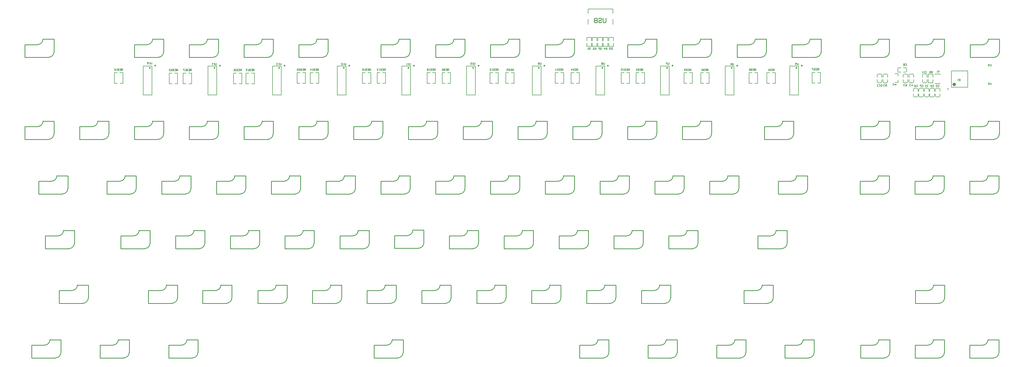
<source format=gbo>
G04*
G04 #@! TF.GenerationSoftware,Altium Limited,Altium Designer,20.0.1 (14)*
G04*
G04 Layer_Color=32896*
%FSLAX24Y24*%
%MOIN*%
G70*
G01*
G75*
%ADD10C,0.0100*%
%ADD11C,0.0079*%
%ADD48C,0.0236*%
%ADD49C,0.0098*%
%ADD50C,0.0118*%
%ADD51C,0.0060*%
%ADD52C,0.0080*%
%ADD53C,0.0050*%
D10*
X134635Y1088D02*
G03*
X135385Y1838I0J750D01*
G01*
X133135Y2838D02*
G03*
X133885Y3588I0J750D01*
G01*
X127160Y1088D02*
G03*
X127910Y1838I0J750D01*
G01*
X125660Y2838D02*
G03*
X126410Y3588I0J750D01*
G01*
X119685Y1088D02*
G03*
X120435Y1838I0J750D01*
G01*
X118185Y2838D02*
G03*
X118935Y3588I0J750D01*
G01*
X109335Y1088D02*
G03*
X110085Y1838I0J750D01*
G01*
X107835Y2838D02*
G03*
X108585Y3588I0J750D01*
G01*
X99985Y1088D02*
G03*
X100735Y1838I0J750D01*
G01*
X98485Y2838D02*
G03*
X99235Y3588I0J750D01*
G01*
X89085Y2838D02*
G03*
X89835Y3588I0J750D01*
G01*
X90585Y1088D02*
G03*
X91335Y1838I0J750D01*
G01*
X79735Y2838D02*
G03*
X80485Y3588I0J750D01*
G01*
X81235Y1088D02*
G03*
X81985Y1838I0J750D01*
G01*
X23485Y2838D02*
G03*
X24235Y3588I0J750D01*
G01*
X24985Y1088D02*
G03*
X25735Y1838I0J750D01*
G01*
X14085Y2838D02*
G03*
X14835Y3588I0J750D01*
G01*
X15585Y1088D02*
G03*
X16335Y1838I0J750D01*
G01*
X4735Y2838D02*
G03*
X5485Y3588I0J750D01*
G01*
X6235Y1088D02*
G03*
X6985Y1838I0J750D01*
G01*
X103735Y8588D02*
G03*
X104485Y9338I0J750D01*
G01*
X102235Y10338D02*
G03*
X102985Y11088I0J750D01*
G01*
X88185Y10338D02*
G03*
X88935Y11088I0J750D01*
G01*
X89685Y8588D02*
G03*
X90435Y9338I0J750D01*
G01*
X80685Y10338D02*
G03*
X81435Y11088I0J750D01*
G01*
X82185Y8588D02*
G03*
X82935Y9338I0J750D01*
G01*
X73168Y10338D02*
G03*
X73918Y11088I0J750D01*
G01*
X74668Y8588D02*
G03*
X75418Y9338I0J750D01*
G01*
X65651Y10338D02*
G03*
X66402Y11088I0J750D01*
G01*
X67151Y8588D02*
G03*
X67902Y9338I0J750D01*
G01*
X58135Y10338D02*
G03*
X58885Y11088I0J750D01*
G01*
X59635Y8588D02*
G03*
X60385Y9338I0J750D01*
G01*
X50635Y10338D02*
G03*
X51385Y11088I0J750D01*
G01*
X52135Y8588D02*
G03*
X52885Y9338I0J750D01*
G01*
X43160Y10338D02*
G03*
X43910Y11088I0J750D01*
G01*
X44660Y8588D02*
G03*
X45410Y9338I0J750D01*
G01*
X35685Y10338D02*
G03*
X36435Y11088I0J750D01*
G01*
X37185Y8588D02*
G03*
X37935Y9338I0J750D01*
G01*
X28135Y10338D02*
G03*
X28885Y11088I0J750D01*
G01*
X29635Y8588D02*
G03*
X30385Y9338I0J750D01*
G01*
X20685Y10338D02*
G03*
X21435Y11088I0J750D01*
G01*
X22185Y8588D02*
G03*
X22935Y9338I0J750D01*
G01*
X8485Y10338D02*
G03*
X9235Y11088I0J750D01*
G01*
X9985Y8588D02*
G03*
X10735Y9338I0J750D01*
G01*
X105635Y16088D02*
G03*
X106385Y16838I0J750D01*
G01*
X104135Y17838D02*
G03*
X104885Y18588I0J750D01*
G01*
X91935Y17838D02*
G03*
X92685Y18588I0J750D01*
G01*
X93435Y16088D02*
G03*
X94185Y16838I0J750D01*
G01*
X84435Y17838D02*
G03*
X85185Y18588I0J750D01*
G01*
X85935Y16088D02*
G03*
X86685Y16838I0J750D01*
G01*
X76935Y17838D02*
G03*
X77685Y18588I0J750D01*
G01*
X78435Y16088D02*
G03*
X79185Y16838I0J750D01*
G01*
X69410Y17838D02*
G03*
X70160Y18588I0J750D01*
G01*
X70910Y16088D02*
G03*
X71660Y16838I0J750D01*
G01*
X61885Y17838D02*
G03*
X62635Y18588I0J750D01*
G01*
X63385Y16088D02*
G03*
X64135Y16838I0J750D01*
G01*
X54410Y17888D02*
G03*
X55160Y18638I0J750D01*
G01*
X55910Y16138D02*
G03*
X56660Y16888I0J750D01*
G01*
X46935Y17838D02*
G03*
X47685Y18588I0J750D01*
G01*
X48435Y16088D02*
G03*
X49185Y16838I0J750D01*
G01*
X39385Y17838D02*
G03*
X40135Y18588I0J750D01*
G01*
X40885Y16088D02*
G03*
X41635Y16838I0J750D01*
G01*
X31935Y17838D02*
G03*
X32685Y18588I0J750D01*
G01*
X33435Y16088D02*
G03*
X34185Y16838I0J750D01*
G01*
X24435Y17838D02*
G03*
X25185Y18588I0J750D01*
G01*
X25935Y16088D02*
G03*
X26685Y16838I0J750D01*
G01*
X16935Y17838D02*
G03*
X17685Y18588I0J750D01*
G01*
X18435Y16088D02*
G03*
X19185Y16838I0J750D01*
G01*
X6585Y17838D02*
G03*
X7335Y18588I0J750D01*
G01*
X8085Y16088D02*
G03*
X8835Y16838I0J750D01*
G01*
X134635Y23588D02*
G03*
X135385Y24338I0J750D01*
G01*
X133135Y25338D02*
G03*
X133885Y26088I0J750D01*
G01*
X127135Y23588D02*
G03*
X127885Y24338I0J750D01*
G01*
X125635Y25338D02*
G03*
X126385Y26088I0J750D01*
G01*
X119635Y23588D02*
G03*
X120385Y24338I0J750D01*
G01*
X118135Y25338D02*
G03*
X118885Y26088I0J750D01*
G01*
X108435Y23588D02*
G03*
X109185Y24338I0J750D01*
G01*
X106935Y25338D02*
G03*
X107685Y26088I0J750D01*
G01*
X52535Y25338D02*
G03*
X53285Y26088I0J750D01*
G01*
X54035Y23588D02*
G03*
X54785Y24338I0J750D01*
G01*
X45035Y25338D02*
G03*
X45785Y26088I0J750D01*
G01*
X46535Y23588D02*
G03*
X47285Y24338I0J750D01*
G01*
X37535Y25338D02*
G03*
X38285Y26088I0J750D01*
G01*
X39035Y23588D02*
G03*
X39785Y24338I0J750D01*
G01*
X30035Y25338D02*
G03*
X30785Y26088I0J750D01*
G01*
X31535Y23588D02*
G03*
X32285Y24338I0J750D01*
G01*
X22535Y25338D02*
G03*
X23285Y26088I0J750D01*
G01*
X24035Y23588D02*
G03*
X24785Y24338I0J750D01*
G01*
X15035Y25338D02*
G03*
X15785Y26088I0J750D01*
G01*
X16535Y23588D02*
G03*
X17285Y24338I0J750D01*
G01*
X5685Y25338D02*
G03*
X6435Y26088I0J750D01*
G01*
X7185Y23588D02*
G03*
X7935Y24338I0J750D01*
G01*
X63785Y32838D02*
G03*
X64535Y33588I0J750D01*
G01*
X65285Y31088D02*
G03*
X66035Y31838I0J750D01*
G01*
X56285Y32838D02*
G03*
X57035Y33588I0J750D01*
G01*
X57785Y31088D02*
G03*
X58535Y31838I0J750D01*
G01*
X48785Y32838D02*
G03*
X49535Y33588I0J750D01*
G01*
X50285Y31088D02*
G03*
X51035Y31838I0J750D01*
G01*
X41285Y32838D02*
G03*
X42035Y33588I0J750D01*
G01*
X42785Y31088D02*
G03*
X43535Y31838I0J750D01*
G01*
X33785Y32838D02*
G03*
X34535Y33588I0J750D01*
G01*
X35285Y31088D02*
G03*
X36035Y31838I0J750D01*
G01*
X26285Y32838D02*
G03*
X27035Y33588I0J750D01*
G01*
X27785Y31088D02*
G03*
X28535Y31838I0J750D01*
G01*
X18785Y32838D02*
G03*
X19535Y33588I0J750D01*
G01*
X20285Y31088D02*
G03*
X21035Y31838I0J750D01*
G01*
X11285Y32838D02*
G03*
X12035Y33588I0J750D01*
G01*
X12785Y31088D02*
G03*
X13535Y31838I0J750D01*
G01*
X3785Y32838D02*
G03*
X4535Y33588I0J750D01*
G01*
X5285Y31088D02*
G03*
X6035Y31838I0J750D01*
G01*
X134685Y42338D02*
G03*
X135435Y43088I0J750D01*
G01*
X133185Y44088D02*
G03*
X133935Y44838I0J750D01*
G01*
X127160Y42338D02*
G03*
X127910Y43088I0J750D01*
G01*
X125660Y44088D02*
G03*
X126410Y44838I0J750D01*
G01*
X119635Y42338D02*
G03*
X120385Y43088I0J750D01*
G01*
X118135Y44088D02*
G03*
X118885Y44838I0J750D01*
G01*
X110285Y42338D02*
G03*
X111035Y43088I0J750D01*
G01*
X108785Y44088D02*
G03*
X109535Y44838I0J750D01*
G01*
X102785Y42338D02*
G03*
X103535Y43088I0J750D01*
G01*
X101285Y44088D02*
G03*
X102035Y44838I0J750D01*
G01*
X95285Y42338D02*
G03*
X96035Y43088I0J750D01*
G01*
X93785Y44088D02*
G03*
X94535Y44838I0J750D01*
G01*
X87785Y42338D02*
G03*
X88535Y43088I0J750D01*
G01*
X86285Y44088D02*
G03*
X87035Y44838I0J750D01*
G01*
X76535Y42338D02*
G03*
X77285Y43088I0J750D01*
G01*
X75035Y44088D02*
G03*
X75785Y44838I0J750D01*
G01*
X69035Y42338D02*
G03*
X69785Y43088I0J750D01*
G01*
X67535Y44088D02*
G03*
X68285Y44838I0J750D01*
G01*
X61535Y42338D02*
G03*
X62285Y43088I0J750D01*
G01*
X60035Y44088D02*
G03*
X60785Y44838I0J750D01*
G01*
X54035Y42338D02*
G03*
X54785Y43088I0J750D01*
G01*
X52535Y44088D02*
G03*
X53285Y44838I0J750D01*
G01*
X42785Y42338D02*
G03*
X43535Y43088I0J750D01*
G01*
X41285Y44088D02*
G03*
X42035Y44838I0J750D01*
G01*
X35285Y42338D02*
G03*
X36035Y43088I0J750D01*
G01*
X33785Y44088D02*
G03*
X34535Y44838I0J750D01*
G01*
X27785Y42338D02*
G03*
X28535Y43088I0J750D01*
G01*
X26285Y44088D02*
G03*
X27035Y44838I0J750D01*
G01*
X20285Y42338D02*
G03*
X21035Y43088I0J750D01*
G01*
X18785Y44088D02*
G03*
X19535Y44838I0J750D01*
G01*
X5285Y42338D02*
G03*
X6035Y43088I0J750D01*
G01*
X3785Y44088D02*
G03*
X4535Y44838I0J750D01*
G01*
X53085Y1088D02*
G03*
X53835Y1838I0J750D01*
G01*
X51585Y2838D02*
G03*
X52335Y3588I0J750D01*
G01*
X61535Y23588D02*
G03*
X62285Y24338I0J750D01*
G01*
X60035Y25338D02*
G03*
X60785Y26088I0J750D01*
G01*
X69035Y23588D02*
G03*
X69785Y24338I0J750D01*
G01*
X67535Y25338D02*
G03*
X68285Y26088I0J750D01*
G01*
X95285Y31088D02*
G03*
X96035Y31838I0J750D01*
G01*
X93785Y32838D02*
G03*
X94535Y33588I0J750D01*
G01*
X99035Y23588D02*
G03*
X99785Y24338I0J750D01*
G01*
X97535Y25338D02*
G03*
X98285Y26088I0J750D01*
G01*
X91535Y23588D02*
G03*
X92285Y24338I0J750D01*
G01*
X90035Y25338D02*
G03*
X90785Y26088I0J750D01*
G01*
X80285Y31088D02*
G03*
X81035Y31838I0J750D01*
G01*
X78785Y32838D02*
G03*
X79535Y33588I0J750D01*
G01*
X127185Y8588D02*
G03*
X127935Y9338I0J750D01*
G01*
X125685Y10338D02*
G03*
X126435Y11088I0J750D01*
G01*
X87785Y31088D02*
G03*
X88535Y31838I0J750D01*
G01*
X86285Y32838D02*
G03*
X87035Y33588I0J750D01*
G01*
X72785Y31088D02*
G03*
X73535Y31838I0J750D01*
G01*
X71285Y32838D02*
G03*
X72035Y33588I0J750D01*
G01*
X84035Y23588D02*
G03*
X84785Y24338I0J750D01*
G01*
X82535Y25338D02*
G03*
X83285Y26088I0J750D01*
G01*
X76535Y23588D02*
G03*
X77285Y24338I0J750D01*
G01*
X75035Y25338D02*
G03*
X75785Y26088I0J750D01*
G01*
X106526Y31088D02*
G03*
X107276Y31838I0J750D01*
G01*
X105026Y32838D02*
G03*
X105776Y33588I0J750D01*
G01*
X119685Y31088D02*
G03*
X120435Y31838I0J750D01*
G01*
X118185Y32838D02*
G03*
X118935Y33588I0J750D01*
G01*
X127185Y31088D02*
G03*
X127935Y31838I0J750D01*
G01*
X125685Y32838D02*
G03*
X126435Y33588I0J750D01*
G01*
X134685Y31088D02*
G03*
X135435Y31838I0J750D01*
G01*
X133185Y32838D02*
G03*
X133935Y33588I0J750D01*
G01*
X131384Y2838D02*
X133134D01*
X131384Y1088D02*
X134634D01*
X131384D02*
Y2838D01*
X133884Y3588D02*
X135384D01*
Y1838D02*
Y3588D01*
X123909Y2838D02*
X125659D01*
X123909Y1088D02*
X127159D01*
X123909D02*
Y2838D01*
X126409Y3588D02*
X127909D01*
Y1838D02*
Y3588D01*
X116434Y2838D02*
X118184D01*
X116434Y1088D02*
X119684D01*
X116434D02*
Y2838D01*
X118934Y3588D02*
X120434D01*
Y1838D02*
Y3588D01*
X106084Y2838D02*
X107834D01*
X106084Y1088D02*
X109334D01*
X106084D02*
Y2838D01*
X108584Y3588D02*
X110084D01*
Y1838D02*
Y3588D01*
X96734Y2838D02*
X98484D01*
X96734Y1088D02*
X99984D01*
X96734D02*
Y2838D01*
X99234Y3588D02*
X100734D01*
Y1838D02*
Y3588D01*
X91334Y1838D02*
Y3588D01*
X89834D02*
X91334D01*
X87334Y1088D02*
Y2838D01*
Y1088D02*
X90584D01*
X87334Y2838D02*
X89084D01*
X81984Y1838D02*
Y3588D01*
X80484D02*
X81984D01*
X77984Y1088D02*
Y2838D01*
Y1088D02*
X81234D01*
X77984Y2838D02*
X79734D01*
X25734Y1838D02*
Y3588D01*
X24234D02*
X25734D01*
X21734Y1088D02*
Y2838D01*
Y1088D02*
X24984D01*
X21734Y2838D02*
X23484D01*
X16334Y1838D02*
Y3588D01*
X14834D02*
X16334D01*
X12334Y1088D02*
Y2838D01*
Y1088D02*
X15584D01*
X12334Y2838D02*
X14084D01*
X6984Y1838D02*
Y3588D01*
X5484D02*
X6984D01*
X2984Y1088D02*
Y2838D01*
Y1088D02*
X6234D01*
X2984Y2838D02*
X4734D01*
X100484Y10338D02*
X102234D01*
X100484Y8588D02*
X103734D01*
X100484D02*
Y10338D01*
X102984Y11088D02*
X104484D01*
Y9338D02*
Y11088D01*
X90434Y9338D02*
Y11088D01*
X88934D02*
X90434D01*
X86434Y8588D02*
Y10338D01*
Y8588D02*
X89684D01*
X86434Y10338D02*
X88184D01*
X82934Y9338D02*
Y11088D01*
X81434D02*
X82934D01*
X78934Y8588D02*
Y10338D01*
Y8588D02*
X82184D01*
X78934Y10338D02*
X80684D01*
X75418Y9338D02*
Y11088D01*
X73918D02*
X75418D01*
X71418Y8588D02*
Y10338D01*
Y8588D02*
X74668D01*
X71418Y10338D02*
X73168D01*
X67901Y9338D02*
Y11088D01*
X66401D02*
X67901D01*
X63901Y8588D02*
Y10338D01*
Y8588D02*
X67151D01*
X63901Y10338D02*
X65651D01*
X60384Y9338D02*
Y11088D01*
X58884D02*
X60384D01*
X56384Y8588D02*
Y10338D01*
Y8588D02*
X59634D01*
X56384Y10338D02*
X58134D01*
X52884Y9338D02*
Y11088D01*
X51384D02*
X52884D01*
X48884Y8588D02*
Y10338D01*
Y8588D02*
X52134D01*
X48884Y10338D02*
X50634D01*
X45409Y9338D02*
Y11088D01*
X43909D02*
X45409D01*
X41409Y8588D02*
Y10338D01*
Y8588D02*
X44659D01*
X41409Y10338D02*
X43159D01*
X37934Y9338D02*
Y11088D01*
X36434D02*
X37934D01*
X33934Y8588D02*
Y10338D01*
Y8588D02*
X37184D01*
X33934Y10338D02*
X35684D01*
X30384Y9338D02*
Y11088D01*
X28884D02*
X30384D01*
X26384Y8588D02*
Y10338D01*
Y8588D02*
X29634D01*
X26384Y10338D02*
X28134D01*
X22934Y9338D02*
Y11088D01*
X21434D02*
X22934D01*
X18934Y8588D02*
Y10338D01*
Y8588D02*
X22184D01*
X18934Y10338D02*
X20684D01*
X10734Y9338D02*
Y11088D01*
X9234D02*
X10734D01*
X6734Y8588D02*
Y10338D01*
Y8588D02*
X9984D01*
X6734Y10338D02*
X8484D01*
X102384Y17838D02*
X104134D01*
X102384Y16088D02*
X105634D01*
X102384D02*
Y17838D01*
X104884Y18588D02*
X106384D01*
Y16838D02*
Y18588D01*
X94184Y16838D02*
Y18588D01*
X92684D02*
X94184D01*
X90184Y16088D02*
Y17838D01*
Y16088D02*
X93434D01*
X90184Y17838D02*
X91934D01*
X86684Y16838D02*
Y18588D01*
X85184D02*
X86684D01*
X82684Y16088D02*
Y17838D01*
Y16088D02*
X85934D01*
X82684Y17838D02*
X84434D01*
X79184Y16838D02*
Y18588D01*
X77684D02*
X79184D01*
X75184Y16088D02*
Y17838D01*
Y16088D02*
X78434D01*
X75184Y17838D02*
X76934D01*
X71659Y16838D02*
Y18588D01*
X70159D02*
X71659D01*
X67659Y16088D02*
Y17838D01*
Y16088D02*
X70909D01*
X67659Y17838D02*
X69409D01*
X64134Y16838D02*
Y18588D01*
X62634D02*
X64134D01*
X60134Y16088D02*
Y17838D01*
Y16088D02*
X63384D01*
X60134Y17838D02*
X61884D01*
X56659Y16888D02*
Y18638D01*
X55159D02*
X56659D01*
X52659Y16138D02*
Y17888D01*
Y16138D02*
X55909D01*
X52659Y17888D02*
X54409D01*
X49184Y16838D02*
Y18588D01*
X47684D02*
X49184D01*
X45184Y16088D02*
Y17838D01*
Y16088D02*
X48434D01*
X45184Y17838D02*
X46934D01*
X41634Y16838D02*
Y18588D01*
X40134D02*
X41634D01*
X37634Y16088D02*
Y17838D01*
Y16088D02*
X40884D01*
X37634Y17838D02*
X39384D01*
X34184Y16838D02*
Y18588D01*
X32684D02*
X34184D01*
X30184Y16088D02*
Y17838D01*
Y16088D02*
X33434D01*
X30184Y17838D02*
X31934D01*
X26684Y16838D02*
Y18588D01*
X25184D02*
X26684D01*
X22684Y16088D02*
Y17838D01*
Y16088D02*
X25934D01*
X22684Y17838D02*
X24434D01*
X19184Y16838D02*
Y18588D01*
X17684D02*
X19184D01*
X15184Y16088D02*
Y17838D01*
Y16088D02*
X18434D01*
X15184Y17838D02*
X16934D01*
X8834Y16838D02*
Y18588D01*
X7334D02*
X8834D01*
X4834Y16088D02*
Y17838D01*
Y16088D02*
X8084D01*
X4834Y17838D02*
X6584D01*
X131384Y25338D02*
X133134D01*
X131384Y23588D02*
X134634D01*
X131384D02*
Y25338D01*
X133884Y26088D02*
X135384D01*
Y24338D02*
Y26088D01*
X123884Y25338D02*
X125634D01*
X123884Y23588D02*
X127134D01*
X123884D02*
Y25338D01*
X126384Y26088D02*
X127884D01*
Y24338D02*
Y26088D01*
X116384Y25338D02*
X118134D01*
X116384Y23588D02*
X119634D01*
X116384D02*
Y25338D01*
X118884Y26088D02*
X120384D01*
Y24338D02*
Y26088D01*
X105184Y25338D02*
X106934D01*
X105184Y23588D02*
X108434D01*
X105184D02*
Y25338D01*
X107684Y26088D02*
X109184D01*
Y24338D02*
Y26088D01*
X54784Y24338D02*
Y26088D01*
X53284D02*
X54784D01*
X50784Y23588D02*
Y25338D01*
Y23588D02*
X54034D01*
X50784Y25338D02*
X52534D01*
X47284Y24338D02*
Y26088D01*
X45784D02*
X47284D01*
X43284Y23588D02*
Y25338D01*
Y23588D02*
X46534D01*
X43284Y25338D02*
X45034D01*
X39784Y24338D02*
Y26088D01*
X38284D02*
X39784D01*
X35784Y23588D02*
Y25338D01*
Y23588D02*
X39034D01*
X35784Y25338D02*
X37534D01*
X32284Y24338D02*
Y26088D01*
X30784D02*
X32284D01*
X28284Y23588D02*
Y25338D01*
Y23588D02*
X31534D01*
X28284Y25338D02*
X30034D01*
X24784Y24338D02*
Y26088D01*
X23284D02*
X24784D01*
X20784Y23588D02*
Y25338D01*
Y23588D02*
X24034D01*
X20784Y25338D02*
X22534D01*
X17284Y24338D02*
Y26088D01*
X15784D02*
X17284D01*
X13284Y23588D02*
Y25338D01*
Y23588D02*
X16534D01*
X13284Y25338D02*
X15034D01*
X7934Y24338D02*
Y26088D01*
X6434D02*
X7934D01*
X3934Y23588D02*
Y25338D01*
Y23588D02*
X7184D01*
X3934Y25338D02*
X5684D01*
X66034Y31838D02*
Y33588D01*
X64534D02*
X66034D01*
X62034Y31088D02*
Y32838D01*
Y31088D02*
X65284D01*
X62034Y32838D02*
X63784D01*
X58534Y31838D02*
Y33588D01*
X57034D02*
X58534D01*
X54534Y31088D02*
Y32838D01*
Y31088D02*
X57784D01*
X54534Y32838D02*
X56284D01*
X51034Y31838D02*
Y33588D01*
X49534D02*
X51034D01*
X47034Y31088D02*
Y32838D01*
Y31088D02*
X50284D01*
X47034Y32838D02*
X48784D01*
X43534Y31838D02*
Y33588D01*
X42034D02*
X43534D01*
X39534Y31088D02*
Y32838D01*
Y31088D02*
X42784D01*
X39534Y32838D02*
X41284D01*
X36034Y31838D02*
Y33588D01*
X34534D02*
X36034D01*
X32034Y31088D02*
Y32838D01*
Y31088D02*
X35284D01*
X32034Y32838D02*
X33784D01*
X28534Y31838D02*
Y33588D01*
X27034D02*
X28534D01*
X24534Y31088D02*
Y32838D01*
Y31088D02*
X27784D01*
X24534Y32838D02*
X26284D01*
X21034Y31838D02*
Y33588D01*
X19534D02*
X21034D01*
X17034Y31088D02*
Y32838D01*
Y31088D02*
X20284D01*
X17034Y32838D02*
X18784D01*
X13534Y31838D02*
Y33588D01*
X12034D02*
X13534D01*
X9534Y31088D02*
Y32838D01*
Y31088D02*
X12784D01*
X9534Y32838D02*
X11284D01*
X6034Y31838D02*
Y33588D01*
X4534D02*
X6034D01*
X2034Y31088D02*
Y32838D01*
Y31088D02*
X5284D01*
X2034Y32838D02*
X3784D01*
X131434Y44088D02*
X133184D01*
X131434Y42338D02*
X134684D01*
X131434D02*
Y44088D01*
X133934Y44838D02*
X135434D01*
Y43088D02*
Y44838D01*
X123909Y44088D02*
X125659D01*
X123909Y42338D02*
X127159D01*
X123909D02*
Y44088D01*
X126409Y44838D02*
X127909D01*
Y43088D02*
Y44838D01*
X116384Y44088D02*
X118134D01*
X116384Y42338D02*
X119634D01*
X116384D02*
Y44088D01*
X118884Y44838D02*
X120384D01*
Y43088D02*
Y44838D01*
X107034Y44088D02*
X108784D01*
X107034Y42338D02*
X110284D01*
X107034D02*
Y44088D01*
X109534Y44838D02*
X111034D01*
Y43088D02*
Y44838D01*
X99534Y44088D02*
X101284D01*
X99534Y42338D02*
X102784D01*
X99534D02*
Y44088D01*
X102034Y44838D02*
X103534D01*
Y43088D02*
Y44838D01*
X92034Y44088D02*
X93784D01*
X92034Y42338D02*
X95284D01*
X92034D02*
Y44088D01*
X94534Y44838D02*
X96034D01*
Y43088D02*
Y44838D01*
X84534Y44088D02*
X86284D01*
X84534Y42338D02*
X87784D01*
X84534D02*
Y44088D01*
X87034Y44838D02*
X88534D01*
Y43088D02*
Y44838D01*
X73284Y44088D02*
X75034D01*
X73284Y42338D02*
X76534D01*
X73284D02*
Y44088D01*
X75784Y44838D02*
X77284D01*
Y43088D02*
Y44838D01*
X65784Y44088D02*
X67534D01*
X65784Y42338D02*
X69034D01*
X65784D02*
Y44088D01*
X68284Y44838D02*
X69784D01*
Y43088D02*
Y44838D01*
X58284Y44088D02*
X60034D01*
X58284Y42338D02*
X61534D01*
X58284D02*
Y44088D01*
X60784Y44838D02*
X62284D01*
Y43088D02*
Y44838D01*
X50784Y44088D02*
X52534D01*
X50784Y42338D02*
X54034D01*
X50784D02*
Y44088D01*
X53284Y44838D02*
X54784D01*
Y43088D02*
Y44838D01*
X39534Y44088D02*
X41284D01*
X39534Y42338D02*
X42784D01*
X39534D02*
Y44088D01*
X42034Y44838D02*
X43534D01*
Y43088D02*
Y44838D01*
X32034Y44088D02*
X33784D01*
X32034Y42338D02*
X35284D01*
X32034D02*
Y44088D01*
X34534Y44838D02*
X36034D01*
Y43088D02*
Y44838D01*
X24534Y44088D02*
X26284D01*
X24534Y42338D02*
X27784D01*
X24534D02*
Y44088D01*
X27034Y44838D02*
X28534D01*
Y43088D02*
Y44838D01*
X17034Y44088D02*
X18784D01*
X17034Y42338D02*
X20284D01*
X17034D02*
Y44088D01*
X19534Y44838D02*
X21034D01*
Y43088D02*
Y44838D01*
X2034Y44088D02*
X3784D01*
X2034Y42338D02*
X5284D01*
X2034D02*
Y44088D01*
X4534Y44838D02*
X6034D01*
Y43088D02*
Y44838D01*
X49834Y2838D02*
X51584D01*
X49834Y1088D02*
X53084D01*
X49834D02*
Y2838D01*
X52334Y3588D02*
X53834D01*
Y1838D02*
Y3588D01*
X58284Y25338D02*
X60034D01*
X58284Y23588D02*
X61534D01*
X58284D02*
Y25338D01*
X60784Y26088D02*
X62284D01*
Y24338D02*
Y26088D01*
X65784Y25338D02*
X67534D01*
X65784Y23588D02*
X69034D01*
X65784D02*
Y25338D01*
X68284Y26088D02*
X69784D01*
Y24338D02*
Y26088D01*
X92034Y32838D02*
X93784D01*
X92034Y31088D02*
X95284D01*
X92034D02*
Y32838D01*
X94534Y33588D02*
X96034D01*
Y31838D02*
Y33588D01*
X95784Y25338D02*
X97534D01*
X95784Y23588D02*
X99034D01*
X95784D02*
Y25338D01*
X98284Y26088D02*
X99784D01*
Y24338D02*
Y26088D01*
X88284Y25338D02*
X90034D01*
X88284Y23588D02*
X91534D01*
X88284D02*
Y25338D01*
X90784Y26088D02*
X92284D01*
Y24338D02*
Y26088D01*
X77034Y32838D02*
X78784D01*
X77034Y31088D02*
X80284D01*
X77034D02*
Y32838D01*
X79534Y33588D02*
X81034D01*
Y31838D02*
Y33588D01*
X123934Y10338D02*
X125684D01*
X123934Y8588D02*
X127184D01*
X123934D02*
Y10338D01*
X126434Y11088D02*
X127934D01*
Y9338D02*
Y11088D01*
X84534Y32838D02*
X86284D01*
X84534Y31088D02*
X87784D01*
X84534D02*
Y32838D01*
X87034Y33588D02*
X88534D01*
Y31838D02*
Y33588D01*
X69534Y32838D02*
X71284D01*
X69534Y31088D02*
X72784D01*
X69534D02*
Y32838D01*
X72034Y33588D02*
X73534D01*
Y31838D02*
Y33588D01*
X80784Y25338D02*
X82534D01*
X80784Y23588D02*
X84034D01*
X80784D02*
Y25338D01*
X83284Y26088D02*
X84784D01*
Y24338D02*
Y26088D01*
X73284Y25338D02*
X75034D01*
X73284Y23588D02*
X76534D01*
X73284D02*
Y25338D01*
X75784Y26088D02*
X77284D01*
Y24338D02*
Y26088D01*
X103275Y32838D02*
X105025D01*
X103275Y31088D02*
X106525D01*
X103275D02*
Y32838D01*
X105775Y33588D02*
X107275D01*
Y31838D02*
Y33588D01*
X116434Y32838D02*
X118184D01*
X116434Y31088D02*
X119684D01*
X116434D02*
Y32838D01*
X118934Y33588D02*
X120434D01*
Y31838D02*
Y33588D01*
X123934Y32838D02*
X125684D01*
X123934Y31088D02*
X127184D01*
X123934D02*
Y32838D01*
X126434Y33588D02*
X127934D01*
Y31838D02*
Y33588D01*
X131434Y32838D02*
X133184D01*
X131434Y31088D02*
X134684D01*
X131434D02*
Y32838D01*
X133934Y33588D02*
X135434D01*
Y31838D02*
Y33588D01*
X81587Y47701D02*
Y47201D01*
X81487Y47101D01*
X81288D01*
X81188Y47201D01*
Y47701D01*
X80588Y47601D02*
X80688Y47701D01*
X80888D01*
X80988Y47601D01*
Y47501D01*
X80888Y47401D01*
X80688D01*
X80588Y47301D01*
Y47201D01*
X80688Y47101D01*
X80888D01*
X80988Y47201D01*
X80388Y47701D02*
Y47101D01*
X80088D01*
X79988Y47201D01*
Y47301D01*
X80088Y47401D01*
X80388D01*
X80088D01*
X79988Y47501D01*
Y47601D01*
X80088Y47701D01*
X80388D01*
D11*
X119348Y39895D02*
G03*
X119191Y40053I-157J-0D01*
G01*
X118884Y40053D02*
G03*
X118726Y39895I0J-157D01*
G01*
X118726Y39001D02*
G03*
X118884Y38844I157J0D01*
G01*
X119191D02*
G03*
X119348Y39001I0J157D01*
G01*
X123076Y39001D02*
G03*
X123234Y38844I157J0D01*
G01*
X123541Y38844D02*
G03*
X123698Y39001I0J157D01*
G01*
X123698Y39895D02*
G03*
X123541Y40053I-157J-0D01*
G01*
X123234D02*
G03*
X123076Y39895I0J-157D01*
G01*
X122276Y39001D02*
G03*
X122434Y38844I157J0D01*
G01*
X122741Y38844D02*
G03*
X122898Y39001I0J157D01*
G01*
X122898Y39895D02*
G03*
X122741Y40053I-157J-0D01*
G01*
X122434D02*
G03*
X122276Y39895I0J-157D01*
G01*
X120148Y39895D02*
G03*
X119991Y40053I-157J-0D01*
G01*
X119684Y40053D02*
G03*
X119526Y39895I0J-157D01*
G01*
X119526Y39001D02*
G03*
X119684Y38844I157J0D01*
G01*
X119991D02*
G03*
X120148Y39001I0J157D01*
G01*
X124926Y39008D02*
G03*
X125084Y38850I157J0D01*
G01*
X125391Y38850D02*
G03*
X125548Y39008I0J157D01*
G01*
X125548Y39901D02*
G03*
X125391Y40059I-157J-0D01*
G01*
X125084D02*
G03*
X124926Y39901I0J-157D01*
G01*
X125048Y37948D02*
G03*
X124891Y38106I-157J-0D01*
G01*
X124584Y38106D02*
G03*
X124426Y37948I0J-157D01*
G01*
X124426Y37055D02*
G03*
X124584Y36897I157J0D01*
G01*
X124891D02*
G03*
X125048Y37055I0J157D01*
G01*
X125798Y37948D02*
G03*
X125641Y38106I-157J-0D01*
G01*
X125334Y38106D02*
G03*
X125176Y37948I0J-157D01*
G01*
X125176Y37055D02*
G03*
X125334Y36897I157J0D01*
G01*
X125641D02*
G03*
X125798Y37055I0J157D01*
G01*
X126548Y37945D02*
G03*
X126391Y38103I-157J-0D01*
G01*
X126084Y38103D02*
G03*
X125926Y37945I0J-157D01*
G01*
X125926Y37051D02*
G03*
X126084Y36894I157J0D01*
G01*
X126391D02*
G03*
X126548Y37051I0J157D01*
G01*
X127298Y37945D02*
G03*
X127141Y38103I-157J-0D01*
G01*
X126834Y38103D02*
G03*
X126676Y37945I0J-157D01*
G01*
X126676Y37051D02*
G03*
X126834Y36894I157J0D01*
G01*
X127141D02*
G03*
X127298Y37051I0J157D01*
G01*
X124298Y37945D02*
G03*
X124141Y38103I-157J-0D01*
G01*
X123834Y38103D02*
G03*
X123676Y37945I0J-157D01*
G01*
X123676Y37051D02*
G03*
X123834Y36894I157J0D01*
G01*
X124141D02*
G03*
X124298Y37051I0J157D01*
G01*
X122745Y40755D02*
G03*
X122587Y40912I-157J0D01*
G01*
Y40290D02*
G03*
X122745Y40448I-0J157D01*
G01*
X121536Y40448D02*
G03*
X121694Y40290I157J0D01*
G01*
X121694Y40912D02*
G03*
X121536Y40755I0J-157D01*
G01*
X81848Y43850D02*
Y44297D01*
Y44612D02*
Y45059D01*
X81226Y43850D02*
Y44297D01*
Y45059D02*
X81848D01*
X81226Y43850D02*
X81848D01*
X81226Y44612D02*
Y45059D01*
X79726Y44612D02*
Y45059D01*
Y43850D02*
Y44297D01*
X80348Y44612D02*
Y45059D01*
X79726Y43850D02*
X80348D01*
X79726Y45059D02*
X80348D01*
Y43850D02*
Y44297D01*
X119348Y39606D02*
Y39895D01*
X118884Y40053D02*
X119191D01*
X118726Y39606D02*
Y39895D01*
X118726Y39001D02*
Y39291D01*
X118884Y38844D02*
X119191D01*
X119348Y39001D02*
Y39291D01*
X123076Y39001D02*
Y39291D01*
X123234Y38844D02*
X123541D01*
X123698Y39001D02*
Y39291D01*
X123698Y39606D02*
Y39895D01*
X123234Y40053D02*
X123541D01*
X123076Y39606D02*
Y39895D01*
X122276Y39001D02*
Y39291D01*
X122434Y38844D02*
X122741D01*
X122898Y39001D02*
Y39291D01*
X122898Y39606D02*
Y39895D01*
X122434Y40053D02*
X122741D01*
X122276Y39606D02*
Y39895D01*
X120148Y39606D02*
Y39895D01*
X119684Y40053D02*
X119991D01*
X119526Y39606D02*
Y39895D01*
X119526Y39001D02*
Y39291D01*
X119684Y38844D02*
X119991D01*
X120148Y39001D02*
Y39291D01*
X126348Y38844D02*
Y39291D01*
Y39606D02*
Y40053D01*
X125726Y38844D02*
Y39291D01*
Y40053D02*
X126348D01*
X125726Y38844D02*
X126348D01*
X125726Y39606D02*
Y40053D01*
X124926Y39008D02*
Y39297D01*
X125084Y38850D02*
X125391D01*
X125548Y39008D02*
Y39297D01*
X125548Y39612D02*
Y39901D01*
X125084Y40059D02*
X125391D01*
X124926Y39612D02*
Y39901D01*
X80476Y44612D02*
Y45059D01*
Y43850D02*
Y44297D01*
X81098Y44612D02*
Y45059D01*
X80476Y43850D02*
X81098D01*
X80476Y45059D02*
X81098D01*
Y43850D02*
Y44297D01*
X22958Y38715D02*
X22958Y40188D01*
X22565Y38715D02*
X22958D01*
X22549Y40188D02*
X22958D01*
X21809Y38715D02*
X22218D01*
X21809D02*
X21809Y40188D01*
X22210D01*
X128865Y40473D02*
X131109D01*
X128865Y38229D02*
X131109D01*
Y40473D01*
X128865Y38229D02*
Y40473D01*
X121592Y39777D02*
Y40112D01*
X121159D02*
X121592D01*
Y38891D02*
Y39226D01*
X121159Y38891D02*
X121592D01*
X126658Y40051D02*
X127298D01*
X126687Y38751D02*
X127287D01*
X127337Y39992D02*
Y40012D01*
Y38801D02*
Y38821D01*
X126637Y38801D02*
X126687Y38751D01*
X127287D02*
X127337Y38801D01*
X127298Y40051D02*
X127337Y40012D01*
X126629Y40022D02*
X126658Y40051D01*
X125048Y37659D02*
Y37948D01*
X124584Y38106D02*
X124891D01*
X124426Y37659D02*
Y37948D01*
X124426Y37055D02*
Y37344D01*
X124584Y36897D02*
X124891D01*
X125048Y37055D02*
Y37344D01*
X125798Y37659D02*
Y37948D01*
X125334Y38106D02*
X125641D01*
X125176Y37659D02*
Y37948D01*
X125176Y37055D02*
Y37344D01*
X125334Y36897D02*
X125641D01*
X125798Y37055D02*
Y37344D01*
X126548Y37656D02*
Y37945D01*
X126084Y38103D02*
X126391D01*
X125926Y37656D02*
Y37945D01*
X125926Y37051D02*
Y37341D01*
X126084Y36894D02*
X126391D01*
X126548Y37051D02*
Y37341D01*
X127298Y37656D02*
Y37945D01*
X126834Y38103D02*
X127141D01*
X126676Y37656D02*
Y37945D01*
X126676Y37051D02*
Y37341D01*
X126834Y36894D02*
X127141D01*
X127298Y37051D02*
Y37341D01*
X124298Y37656D02*
Y37945D01*
X123834Y38103D02*
X124141D01*
X123676Y37656D02*
Y37945D01*
X123676Y37051D02*
Y37341D01*
X123834Y36894D02*
X124141D01*
X124298Y37051D02*
Y37341D01*
X81976Y44612D02*
Y45059D01*
Y43850D02*
Y44297D01*
X82598Y44612D02*
Y45059D01*
X81976Y43850D02*
X82598D01*
X81976Y45059D02*
X82598D01*
Y43850D02*
Y44297D01*
X79598Y43850D02*
Y44297D01*
Y44612D02*
Y45059D01*
X78976Y43850D02*
Y44297D01*
Y45059D02*
X79598D01*
X78976Y43850D02*
X79598D01*
X78976Y44612D02*
Y45059D01*
X67867Y38765D02*
X67867Y40238D01*
X68260D01*
X67867Y38765D02*
X68276D01*
X68607Y40238D02*
X69016D01*
X69016Y38765D02*
X69016Y40238D01*
X68615Y38765D02*
X69016D01*
X14317Y38765D02*
X14317Y40238D01*
X14710D01*
X14317Y38765D02*
X14726D01*
X15057Y40238D02*
X15466D01*
X15466Y38765D02*
X15466Y40238D01*
X15065Y38765D02*
X15466D01*
X23717Y38715D02*
X23717Y40188D01*
X24110D01*
X23717Y38715D02*
X24126D01*
X24457Y40188D02*
X24866D01*
X24866Y38715D02*
X24866Y40188D01*
X24465Y38715D02*
X24866D01*
X31758D02*
X31758Y40188D01*
X31365Y38715D02*
X31758D01*
X31349Y40188D02*
X31758D01*
X30609Y38715D02*
X31018D01*
X30609D02*
X30609Y40188D01*
X31010D01*
X40454Y38758D02*
X40454Y40230D01*
X40060Y38758D02*
X40454D01*
X40044Y40230D02*
X40454D01*
X39304Y38758D02*
X39714D01*
X39304D02*
X39304Y40230D01*
X39706D01*
X32317Y38715D02*
X32317Y40188D01*
X32710D01*
X32317Y38715D02*
X32726D01*
X33057Y40188D02*
X33466D01*
X33466Y38715D02*
X33466Y40188D01*
X33065Y38715D02*
X33466D01*
X41117Y38765D02*
X41117Y40237D01*
X41510D01*
X41117Y38765D02*
X41526D01*
X41857Y40238D02*
X42266D01*
X42266Y38765D02*
X42266Y40238D01*
X41865Y38765D02*
X42266D01*
X49408Y38765D02*
X49408Y40238D01*
X49015Y38765D02*
X49408D01*
X48999Y40238D02*
X49408D01*
X48259Y38765D02*
X48668D01*
X48259D02*
X48259Y40238D01*
X48660D01*
X58258Y38765D02*
X58258Y40238D01*
X57865Y38765D02*
X58258D01*
X57849Y40238D02*
X58258D01*
X57109Y38765D02*
X57518D01*
X57109D02*
X57109Y40238D01*
X57510D01*
X50267Y38765D02*
X50267Y40238D01*
X50660D01*
X50267Y38765D02*
X50676D01*
X51007Y40238D02*
X51416D01*
X51416Y38765D02*
X51416Y40238D01*
X51015Y38765D02*
X51416D01*
X75808D02*
X75808Y40238D01*
X75415Y38765D02*
X75808D01*
X75399Y40238D02*
X75808D01*
X74659Y38765D02*
X75068D01*
X74659D02*
X74659Y40238D01*
X75060D01*
X59167Y38765D02*
X59167Y40238D01*
X59560D01*
X59167Y38765D02*
X59576D01*
X59907Y40238D02*
X60316D01*
X60316Y38765D02*
X60316Y40238D01*
X59915Y38765D02*
X60316D01*
X66854D02*
X66854Y40238D01*
X66460Y38765D02*
X66854D01*
X66444Y40238D02*
X66854D01*
X65704Y38765D02*
X66114D01*
X65704D02*
X65704Y40238D01*
X66106D01*
X84813Y38765D02*
X84813Y40238D01*
X84419Y38765D02*
X84813D01*
X84403Y40238D02*
X84813D01*
X83663Y38765D02*
X84073D01*
X83663D02*
X83663Y40238D01*
X84065D01*
X76812Y38765D02*
X76812Y40238D01*
X77206D01*
X76812Y38765D02*
X77222D01*
X77552Y40238D02*
X77962D01*
X77962Y38765D02*
X77962Y40238D01*
X77560Y38765D02*
X77962D01*
X93423D02*
X93423Y40238D01*
X93030Y38765D02*
X93423D01*
X93014Y40238D02*
X93423D01*
X92274Y38765D02*
X92683D01*
X92274D02*
X92274Y40238D01*
X92675D01*
X85721Y38765D02*
X85721Y40238D01*
X86115D01*
X85721Y38765D02*
X86130D01*
X86461Y40238D02*
X86871D01*
X86870Y38765D02*
X86871Y40238D01*
X86469Y38765D02*
X86870D01*
X94567Y38765D02*
X94567Y40238D01*
X94960D01*
X94567Y38765D02*
X94976D01*
X95307Y40238D02*
X95716D01*
X95716Y38765D02*
X95716Y40238D01*
X95315Y38765D02*
X95716D01*
X102341D02*
X102341Y40238D01*
X101947Y38765D02*
X102341D01*
X101931Y40238D02*
X102341D01*
X101191Y38765D02*
X101601D01*
X101191D02*
X101191Y40238D01*
X101593D01*
X103617Y38765D02*
X103617Y40238D01*
X104010D01*
X103617Y38765D02*
X104026D01*
X104357Y40238D02*
X104766D01*
X104766Y38765D02*
X104766Y40238D01*
X104365Y38765D02*
X104766D01*
X110958Y38815D02*
X110958Y40288D01*
X110565Y38815D02*
X110958D01*
X110549Y40288D02*
X110958D01*
X109809Y38815D02*
X110218D01*
X109809D02*
X109809Y40288D01*
X110210D01*
X122298Y40912D02*
X122587D01*
X122745Y40448D02*
Y40755D01*
X122298Y40290D02*
X122587D01*
X121694Y40290D02*
X121983D01*
X121536Y40448D02*
Y40755D01*
X121694Y40912D02*
X121983D01*
D48*
X129377Y38623D02*
G03*
X129377Y38623I-118J0D01*
G01*
D49*
X128452Y38003D02*
G03*
X128452Y38003I-49J0D01*
G01*
D50*
X19958Y41201D02*
G03*
X19958Y41201I-59J0D01*
G01*
X19211Y40901D02*
G03*
X19211Y40901I-59J0D01*
G01*
X28808Y41201D02*
G03*
X28808Y41201I-59J0D01*
G01*
X28061Y40901D02*
G03*
X28061Y40901I-59J0D01*
G01*
X37658Y41201D02*
G03*
X37658Y41201I-59J0D01*
G01*
X36911Y40901D02*
G03*
X36911Y40901I-59J0D01*
G01*
X46508Y41201D02*
G03*
X46508Y41201I-59J0D01*
G01*
X45761Y40901D02*
G03*
X45761Y40901I-59J0D01*
G01*
X55358Y41201D02*
G03*
X55358Y41201I-59J0D01*
G01*
X54611Y40901D02*
G03*
X54611Y40901I-59J0D01*
G01*
X64208Y41201D02*
G03*
X64208Y41201I-59J0D01*
G01*
X63461Y40901D02*
G03*
X63461Y40901I-59J0D01*
G01*
X73208Y41201D02*
G03*
X73208Y41201I-59J0D01*
G01*
X72461Y40901D02*
G03*
X72461Y40901I-59J0D01*
G01*
X81908Y41201D02*
G03*
X81908Y41201I-59J0D01*
G01*
X81161Y40901D02*
G03*
X81161Y40901I-59J0D01*
G01*
X90758Y41201D02*
G03*
X90758Y41201I-59J0D01*
G01*
X90011Y40901D02*
G03*
X90011Y40901I-59J0D01*
G01*
X99608Y41201D02*
G03*
X99608Y41201I-59J0D01*
G01*
X98861Y40901D02*
G03*
X98861Y40901I-59J0D01*
G01*
X108458Y41201D02*
G03*
X108458Y41201I-59J0D01*
G01*
X107711Y40901D02*
G03*
X107711Y40901I-59J0D01*
G01*
D51*
X19448Y37173D02*
Y41130D01*
X18250Y37173D02*
X19448D01*
X18250D02*
Y41130D01*
X19448D01*
X28298Y37173D02*
Y41130D01*
X27100Y37173D02*
X28298D01*
X27100D02*
Y41130D01*
X28298D01*
X37148Y37173D02*
Y41130D01*
X35950Y37173D02*
X37148D01*
X35950D02*
Y41130D01*
X37148D01*
X45998Y37173D02*
Y41130D01*
X44800Y37173D02*
X45998D01*
X44800D02*
Y41130D01*
X45998D01*
X54848Y37173D02*
Y41130D01*
X53650Y37173D02*
X54848D01*
X53650D02*
Y41130D01*
X54848D01*
X63698Y37173D02*
Y41130D01*
X62500Y37173D02*
X63698D01*
X62500D02*
Y41130D01*
X63698D01*
X72698Y37173D02*
Y41130D01*
X71500Y37173D02*
X72698D01*
X71500D02*
Y41130D01*
X72698D01*
X81398Y37173D02*
Y41130D01*
X80200Y37173D02*
X81398D01*
X80200D02*
Y41130D01*
X81398D01*
X90248Y37173D02*
Y41130D01*
X89050Y37173D02*
X90248D01*
X89050D02*
Y41130D01*
X90248D01*
X99098Y37173D02*
Y41130D01*
X97900Y37173D02*
X99098D01*
X97900D02*
Y41130D01*
X99098D01*
X107948Y37173D02*
Y41130D01*
X106750Y37173D02*
X107948D01*
X106750D02*
Y41130D01*
X107948D01*
D52*
X82537Y46865D02*
Y47565D01*
X82540Y48365D02*
Y48967D01*
X79137Y46865D02*
Y47565D01*
X79135Y48365D02*
Y48967D01*
X82540D01*
D53*
X127237Y40501D02*
Y40460D01*
X127154Y40376D01*
X127071Y40460D01*
Y40501D01*
X127154Y40376D02*
Y40251D01*
X126988D02*
X126904D01*
X126946D01*
Y40501D01*
X126988Y40460D01*
X19437Y41651D02*
Y41443D01*
X19396Y41401D01*
X19312D01*
X19271Y41443D01*
Y41651D01*
X19188Y41401D02*
X19104D01*
X19146D01*
Y41651D01*
X19188Y41610D01*
X18813Y41651D02*
X18979D01*
Y41526D01*
X18896Y41568D01*
X18854D01*
X18813Y41526D01*
Y41443D01*
X18854Y41401D01*
X18938D01*
X18979Y41443D01*
X28287Y41551D02*
Y41343D01*
X28246Y41301D01*
X28162D01*
X28121Y41343D01*
Y41551D01*
X28038Y41301D02*
X27954D01*
X27996D01*
Y41551D01*
X28038Y41510D01*
X27704Y41301D02*
Y41551D01*
X27829Y41426D01*
X27663D01*
X37137Y41551D02*
Y41343D01*
X37096Y41301D01*
X37012D01*
X36971Y41343D01*
Y41551D01*
X36888Y41301D02*
X36804D01*
X36846D01*
Y41551D01*
X36888Y41510D01*
X36679D02*
X36638Y41551D01*
X36554D01*
X36513Y41510D01*
Y41468D01*
X36554Y41426D01*
X36596D01*
X36554D01*
X36513Y41385D01*
Y41343D01*
X36554Y41301D01*
X36638D01*
X36679Y41343D01*
X46010Y41551D02*
Y41343D01*
X45969Y41301D01*
X45885D01*
X45844Y41343D01*
Y41551D01*
X45760Y41301D02*
X45677D01*
X45719D01*
Y41551D01*
X45760Y41510D01*
X45385Y41301D02*
X45552D01*
X45385Y41468D01*
Y41510D01*
X45427Y41551D01*
X45510D01*
X45552Y41510D01*
X54837Y41551D02*
Y41343D01*
X54796Y41301D01*
X54712D01*
X54671Y41343D01*
Y41551D01*
X54588Y41301D02*
X54504D01*
X54546D01*
Y41551D01*
X54588Y41510D01*
X54379Y41301D02*
X54296D01*
X54338D01*
Y41551D01*
X54379Y41510D01*
X63687Y41601D02*
Y41393D01*
X63646Y41351D01*
X63562D01*
X63521Y41393D01*
Y41601D01*
X63438Y41351D02*
X63354D01*
X63396D01*
Y41601D01*
X63438Y41560D01*
X63229D02*
X63188Y41601D01*
X63104D01*
X63063Y41560D01*
Y41393D01*
X63104Y41351D01*
X63188D01*
X63229Y41393D01*
Y41560D01*
X72737Y41601D02*
Y41393D01*
X72696Y41351D01*
X72612D01*
X72571Y41393D01*
Y41601D01*
X72488Y41393D02*
X72446Y41351D01*
X72363D01*
X72321Y41393D01*
Y41560D01*
X72363Y41601D01*
X72446D01*
X72488Y41560D01*
Y41518D01*
X72446Y41476D01*
X72321D01*
X81410Y41601D02*
Y41393D01*
X81369Y41351D01*
X81285D01*
X81244Y41393D01*
Y41601D01*
X81160Y41560D02*
X81119Y41601D01*
X81035D01*
X80994Y41560D01*
Y41518D01*
X81035Y41476D01*
X80994Y41435D01*
Y41393D01*
X81035Y41351D01*
X81119D01*
X81160Y41393D01*
Y41435D01*
X81119Y41476D01*
X81160Y41518D01*
Y41560D01*
X81119Y41476D02*
X81035D01*
X90237Y41601D02*
Y41393D01*
X90196Y41351D01*
X90112D01*
X90071Y41393D01*
Y41601D01*
X89988D02*
X89821D01*
Y41560D01*
X89988Y41393D01*
Y41351D01*
X99087Y41551D02*
Y41343D01*
X99046Y41301D01*
X98962D01*
X98921Y41343D01*
Y41551D01*
X98671D02*
X98754Y41510D01*
X98838Y41426D01*
Y41343D01*
X98796Y41301D01*
X98713D01*
X98671Y41343D01*
Y41385D01*
X98713Y41426D01*
X98838D01*
X107937Y41551D02*
Y41343D01*
X107896Y41301D01*
X107812D01*
X107771Y41343D01*
Y41551D01*
X107521D02*
X107688D01*
Y41426D01*
X107604Y41468D01*
X107563D01*
X107521Y41426D01*
Y41343D01*
X107563Y41301D01*
X107646D01*
X107688Y41343D01*
X120887Y38492D02*
Y38708D01*
X120931Y38751D01*
X121017D01*
X121061Y38708D01*
Y38492D01*
X121277Y38751D02*
Y38492D01*
X121147Y38621D01*
X121321D01*
X134337Y41395D02*
Y41187D01*
X134296Y41145D01*
X134212D01*
X134171Y41187D01*
Y41395D01*
X134088Y41353D02*
X134046Y41395D01*
X133963D01*
X133921Y41353D01*
Y41312D01*
X133963Y41270D01*
X134004D01*
X133963D01*
X133921Y41228D01*
Y41187D01*
X133963Y41145D01*
X134046D01*
X134088Y41187D01*
X134337Y38851D02*
Y38643D01*
X134296Y38601D01*
X134212D01*
X134171Y38643D01*
Y38851D01*
X133921Y38601D02*
X134088D01*
X133921Y38768D01*
Y38810D01*
X133963Y38851D01*
X134046D01*
X134088Y38810D01*
X129772Y39097D02*
Y39305D01*
X129814Y39347D01*
X129897D01*
X129939Y39305D01*
Y39097D01*
X130022Y39347D02*
X130105D01*
X130064D01*
Y39097D01*
X130022Y39138D01*
X22990Y40480D02*
Y40730D01*
X22865D01*
X22823Y40688D01*
Y40605D01*
X22865Y40563D01*
X22990D01*
X22907D02*
X22823Y40480D01*
X22573Y40730D02*
X22740D01*
Y40480D01*
X22573D01*
X22740Y40605D02*
X22657D01*
X22324Y40688D02*
X22365Y40730D01*
X22449D01*
X22490Y40688D01*
Y40522D01*
X22449Y40480D01*
X22365D01*
X22324Y40522D01*
Y40605D01*
X22407D01*
X22074Y40480D02*
X22240D01*
X22074Y40647D01*
Y40688D01*
X22115Y40730D01*
X22199D01*
X22240Y40688D01*
X21824Y40480D02*
X21990D01*
X21824Y40647D01*
Y40688D01*
X21865Y40730D01*
X21949D01*
X21990Y40688D01*
X31706Y40477D02*
Y40727D01*
X31581D01*
X31539Y40686D01*
Y40602D01*
X31581Y40561D01*
X31706D01*
X31622D02*
X31539Y40477D01*
X31289Y40727D02*
X31456D01*
Y40477D01*
X31289D01*
X31456Y40602D02*
X31372D01*
X31039Y40686D02*
X31081Y40727D01*
X31164D01*
X31206Y40686D01*
Y40519D01*
X31164Y40477D01*
X31081D01*
X31039Y40519D01*
Y40602D01*
X31123D01*
X30789Y40477D02*
X30956D01*
X30789Y40644D01*
Y40686D01*
X30831Y40727D01*
X30914D01*
X30956Y40686D01*
X30706Y40477D02*
X30623D01*
X30664D01*
Y40727D01*
X30706Y40686D01*
X40486Y40522D02*
Y40772D01*
X40361D01*
X40319Y40731D01*
Y40647D01*
X40361Y40606D01*
X40486D01*
X40402D02*
X40319Y40522D01*
X40069Y40772D02*
X40236D01*
Y40522D01*
X40069D01*
X40236Y40647D02*
X40152D01*
X39819Y40731D02*
X39861Y40772D01*
X39944D01*
X39986Y40731D01*
Y40564D01*
X39944Y40522D01*
X39861D01*
X39819Y40564D01*
Y40647D01*
X39903D01*
X39569Y40522D02*
X39736D01*
X39569Y40689D01*
Y40731D01*
X39611Y40772D01*
X39694D01*
X39736Y40731D01*
X39486D02*
X39444Y40772D01*
X39361D01*
X39319Y40731D01*
Y40564D01*
X39361Y40522D01*
X39444D01*
X39486Y40564D01*
Y40731D01*
X49392Y40530D02*
Y40780D01*
X49267D01*
X49226Y40738D01*
Y40655D01*
X49267Y40613D01*
X49392D01*
X49309D02*
X49226Y40530D01*
X48976Y40780D02*
X49142D01*
Y40530D01*
X48976D01*
X49142Y40655D02*
X49059D01*
X48726Y40738D02*
X48767Y40780D01*
X48851D01*
X48892Y40738D01*
Y40572D01*
X48851Y40530D01*
X48767D01*
X48726Y40572D01*
Y40655D01*
X48809D01*
X48642Y40530D02*
X48559D01*
X48601D01*
Y40780D01*
X48642Y40738D01*
X48434Y40572D02*
X48392Y40530D01*
X48309D01*
X48267Y40572D01*
Y40738D01*
X48309Y40780D01*
X48392D01*
X48434Y40738D01*
Y40697D01*
X48392Y40655D01*
X48267D01*
X58240Y40530D02*
Y40780D01*
X58115D01*
X58073Y40738D01*
Y40655D01*
X58115Y40613D01*
X58240D01*
X58157D02*
X58073Y40530D01*
X57823Y40780D02*
X57990D01*
Y40530D01*
X57823D01*
X57990Y40655D02*
X57907D01*
X57574Y40738D02*
X57615Y40780D01*
X57699D01*
X57740Y40738D01*
Y40572D01*
X57699Y40530D01*
X57615D01*
X57574Y40572D01*
Y40655D01*
X57657D01*
X57490Y40530D02*
X57407D01*
X57449D01*
Y40780D01*
X57490Y40738D01*
X57282D02*
X57240Y40780D01*
X57157D01*
X57115Y40738D01*
Y40697D01*
X57157Y40655D01*
X57115Y40613D01*
Y40572D01*
X57157Y40530D01*
X57240D01*
X57282Y40572D01*
Y40613D01*
X57240Y40655D01*
X57282Y40697D01*
Y40738D01*
X57240Y40655D02*
X57157D01*
X24856Y40473D02*
Y40723D01*
X24731D01*
X24689Y40681D01*
Y40598D01*
X24731Y40556D01*
X24856D01*
X24772D02*
X24689Y40473D01*
X24439Y40723D02*
X24606D01*
Y40473D01*
X24439D01*
X24606Y40598D02*
X24522D01*
X24189Y40681D02*
X24231Y40723D01*
X24314D01*
X24356Y40681D01*
Y40514D01*
X24314Y40473D01*
X24231D01*
X24189Y40514D01*
Y40598D01*
X24273D01*
X24106Y40473D02*
X24023D01*
X24064D01*
Y40723D01*
X24106Y40681D01*
X23898Y40723D02*
X23731D01*
Y40681D01*
X23898Y40514D01*
Y40473D01*
X15450Y40530D02*
Y40780D01*
X15325D01*
X15283Y40738D01*
Y40655D01*
X15325Y40613D01*
X15450D01*
X15367D02*
X15283Y40530D01*
X15033Y40780D02*
X15200D01*
Y40530D01*
X15033D01*
X15200Y40655D02*
X15117D01*
X14784Y40738D02*
X14825Y40780D01*
X14909D01*
X14950Y40738D01*
Y40572D01*
X14909Y40530D01*
X14825D01*
X14784Y40572D01*
Y40655D01*
X14867D01*
X14700Y40530D02*
X14617D01*
X14659D01*
Y40780D01*
X14700Y40738D01*
X14325Y40780D02*
X14409Y40738D01*
X14492Y40655D01*
Y40572D01*
X14450Y40530D01*
X14367D01*
X14325Y40572D01*
Y40613D01*
X14367Y40655D01*
X14492D01*
X33454Y40477D02*
Y40727D01*
X33329D01*
X33288Y40686D01*
Y40602D01*
X33329Y40561D01*
X33454D01*
X33371D02*
X33288Y40477D01*
X33038Y40727D02*
X33204D01*
Y40477D01*
X33038D01*
X33204Y40602D02*
X33121D01*
X32788Y40686D02*
X32830Y40727D01*
X32913D01*
X32955Y40686D01*
Y40519D01*
X32913Y40477D01*
X32830D01*
X32788Y40519D01*
Y40602D01*
X32871D01*
X32705Y40477D02*
X32621D01*
X32663D01*
Y40727D01*
X32705Y40686D01*
X32330Y40727D02*
X32496D01*
Y40602D01*
X32413Y40644D01*
X32371D01*
X32330Y40602D01*
Y40519D01*
X32371Y40477D01*
X32455D01*
X32496Y40519D01*
X42248Y40530D02*
Y40780D01*
X42123D01*
X42081Y40738D01*
Y40655D01*
X42123Y40613D01*
X42248D01*
X42165D02*
X42081Y40530D01*
X41831Y40780D02*
X41998D01*
Y40530D01*
X41831D01*
X41998Y40655D02*
X41915D01*
X41581Y40738D02*
X41623Y40780D01*
X41706D01*
X41748Y40738D01*
Y40572D01*
X41706Y40530D01*
X41623D01*
X41581Y40572D01*
Y40655D01*
X41665D01*
X41498Y40530D02*
X41415D01*
X41456D01*
Y40780D01*
X41498Y40738D01*
X41165Y40530D02*
Y40780D01*
X41290Y40655D01*
X41123D01*
X51400Y40530D02*
Y40780D01*
X51275D01*
X51233Y40738D01*
Y40655D01*
X51275Y40613D01*
X51400D01*
X51317D02*
X51233Y40530D01*
X50983Y40780D02*
X51150D01*
Y40530D01*
X50983D01*
X51150Y40655D02*
X51067D01*
X50734Y40738D02*
X50775Y40780D01*
X50859D01*
X50900Y40738D01*
Y40572D01*
X50859Y40530D01*
X50775D01*
X50734Y40572D01*
Y40655D01*
X50817D01*
X50650Y40530D02*
X50567D01*
X50609D01*
Y40780D01*
X50650Y40738D01*
X50442D02*
X50400Y40780D01*
X50317D01*
X50275Y40738D01*
Y40697D01*
X50317Y40655D01*
X50359D01*
X50317D01*
X50275Y40613D01*
Y40572D01*
X50317Y40530D01*
X50400D01*
X50442Y40572D01*
X66840Y40522D02*
Y40772D01*
X66715D01*
X66673Y40731D01*
Y40647D01*
X66715Y40606D01*
X66840D01*
X66757D02*
X66673Y40522D01*
X66423Y40772D02*
X66590D01*
Y40522D01*
X66423D01*
X66590Y40647D02*
X66507D01*
X66174Y40731D02*
X66215Y40772D01*
X66299D01*
X66340Y40731D01*
Y40564D01*
X66299Y40522D01*
X66215D01*
X66174Y40564D01*
Y40647D01*
X66257D01*
X66090Y40522D02*
X66007D01*
X66049D01*
Y40772D01*
X66090Y40731D01*
X65715Y40522D02*
X65882D01*
X65715Y40689D01*
Y40731D01*
X65757Y40772D01*
X65840D01*
X65882Y40731D01*
X75710Y40530D02*
Y40780D01*
X75585D01*
X75543Y40738D01*
Y40655D01*
X75585Y40613D01*
X75710D01*
X75627D02*
X75543Y40530D01*
X75293Y40780D02*
X75460D01*
Y40530D01*
X75293D01*
X75460Y40655D02*
X75377D01*
X75044Y40738D02*
X75085Y40780D01*
X75169D01*
X75210Y40738D01*
Y40572D01*
X75169Y40530D01*
X75085D01*
X75044Y40572D01*
Y40655D01*
X75127D01*
X74960Y40530D02*
X74877D01*
X74919D01*
Y40780D01*
X74960Y40738D01*
X74752Y40530D02*
X74669D01*
X74710D01*
Y40780D01*
X74752Y40738D01*
X84800Y40528D02*
Y40778D01*
X84675D01*
X84633Y40736D01*
Y40653D01*
X84675Y40611D01*
X84800D01*
X84717D02*
X84633Y40528D01*
X84383Y40778D02*
X84550D01*
Y40528D01*
X84383D01*
X84550Y40653D02*
X84467D01*
X84134Y40736D02*
X84175Y40778D01*
X84259D01*
X84300Y40736D01*
Y40569D01*
X84259Y40528D01*
X84175D01*
X84134Y40569D01*
Y40653D01*
X84217D01*
X84050Y40528D02*
X83967D01*
X84009D01*
Y40778D01*
X84050Y40736D01*
X83842D02*
X83800Y40778D01*
X83717D01*
X83675Y40736D01*
Y40569D01*
X83717Y40528D01*
X83800D01*
X83842Y40569D01*
Y40736D01*
X93237Y40501D02*
Y40751D01*
X93112D01*
X93071Y40710D01*
Y40626D01*
X93112Y40585D01*
X93237D01*
X93154D02*
X93071Y40501D01*
X92821Y40751D02*
X92988D01*
Y40501D01*
X92821D01*
X92988Y40626D02*
X92904D01*
X92571Y40710D02*
X92613Y40751D01*
X92696D01*
X92738Y40710D01*
Y40543D01*
X92696Y40501D01*
X92613D01*
X92571Y40543D01*
Y40626D01*
X92654D01*
X92488Y40543D02*
X92446Y40501D01*
X92363D01*
X92321Y40543D01*
Y40710D01*
X92363Y40751D01*
X92446D01*
X92488Y40710D01*
Y40668D01*
X92446Y40626D01*
X92321D01*
X102118Y40528D02*
Y40777D01*
X101993D01*
X101952Y40736D01*
Y40652D01*
X101993Y40611D01*
X102118D01*
X102035D02*
X101952Y40528D01*
X101702Y40777D02*
X101868D01*
Y40528D01*
X101702D01*
X101868Y40652D02*
X101785D01*
X101452Y40736D02*
X101493Y40777D01*
X101577D01*
X101618Y40736D01*
Y40569D01*
X101577Y40528D01*
X101493D01*
X101452Y40569D01*
Y40652D01*
X101535D01*
X101368Y40736D02*
X101327Y40777D01*
X101243D01*
X101202Y40736D01*
Y40694D01*
X101243Y40652D01*
X101202Y40611D01*
Y40569D01*
X101243Y40528D01*
X101327D01*
X101368Y40569D01*
Y40611D01*
X101327Y40652D01*
X101368Y40694D01*
Y40736D01*
X101327Y40652D02*
X101243D01*
X110734Y40578D02*
Y40827D01*
X110609D01*
X110568Y40786D01*
Y40702D01*
X110609Y40661D01*
X110734D01*
X110651D02*
X110568Y40578D01*
X110318Y40827D02*
X110484D01*
Y40578D01*
X110318D01*
X110484Y40702D02*
X110401D01*
X110068Y40786D02*
X110110Y40827D01*
X110193D01*
X110235Y40786D01*
Y40619D01*
X110193Y40578D01*
X110110D01*
X110068Y40619D01*
Y40702D01*
X110151D01*
X109985Y40827D02*
X109818D01*
Y40786D01*
X109985Y40619D01*
Y40578D01*
X60096Y40523D02*
Y40773D01*
X59971D01*
X59929Y40731D01*
Y40648D01*
X59971Y40606D01*
X60096D01*
X60012D02*
X59929Y40523D01*
X59679Y40773D02*
X59846D01*
Y40523D01*
X59679D01*
X59846Y40648D02*
X59762D01*
X59429Y40731D02*
X59471Y40773D01*
X59554D01*
X59596Y40731D01*
Y40564D01*
X59554Y40523D01*
X59471D01*
X59429Y40564D01*
Y40648D01*
X59513D01*
X59179Y40773D02*
X59263Y40731D01*
X59346Y40648D01*
Y40564D01*
X59304Y40523D01*
X59221D01*
X59179Y40564D01*
Y40606D01*
X59221Y40648D01*
X59346D01*
X68937Y40501D02*
Y40751D01*
X68812D01*
X68771Y40710D01*
Y40626D01*
X68812Y40585D01*
X68937D01*
X68854D02*
X68771Y40501D01*
X68521Y40751D02*
X68688D01*
Y40501D01*
X68521D01*
X68688Y40626D02*
X68604D01*
X68271Y40710D02*
X68313Y40751D01*
X68396D01*
X68438Y40710D01*
Y40543D01*
X68396Y40501D01*
X68313D01*
X68271Y40543D01*
Y40626D01*
X68354D01*
X68021Y40751D02*
X68188D01*
Y40626D01*
X68104Y40668D01*
X68063D01*
X68021Y40626D01*
Y40543D01*
X68063Y40501D01*
X68146D01*
X68188Y40543D01*
X77738Y40523D02*
Y40773D01*
X77613D01*
X77571Y40731D01*
Y40648D01*
X77613Y40606D01*
X77738D01*
X77655D02*
X77571Y40523D01*
X77321Y40773D02*
X77488D01*
Y40523D01*
X77321D01*
X77488Y40648D02*
X77405D01*
X77071Y40731D02*
X77113Y40773D01*
X77196D01*
X77238Y40731D01*
Y40564D01*
X77196Y40523D01*
X77113D01*
X77071Y40564D01*
Y40648D01*
X77155D01*
X76863Y40523D02*
Y40773D01*
X76988Y40648D01*
X76821D01*
X86650Y40523D02*
Y40773D01*
X86525D01*
X86483Y40731D01*
Y40648D01*
X86525Y40606D01*
X86650D01*
X86567D02*
X86483Y40523D01*
X86233Y40773D02*
X86400D01*
Y40523D01*
X86233D01*
X86400Y40648D02*
X86317D01*
X85984Y40731D02*
X86025Y40773D01*
X86109D01*
X86150Y40731D01*
Y40564D01*
X86109Y40523D01*
X86025D01*
X85984Y40564D01*
Y40648D01*
X86067D01*
X85900Y40731D02*
X85859Y40773D01*
X85775D01*
X85734Y40731D01*
Y40689D01*
X85775Y40648D01*
X85817D01*
X85775D01*
X85734Y40606D01*
Y40564D01*
X85775Y40523D01*
X85859D01*
X85900Y40564D01*
X95587Y40501D02*
Y40751D01*
X95462D01*
X95421Y40710D01*
Y40626D01*
X95462Y40585D01*
X95587D01*
X95504D02*
X95421Y40501D01*
X95171Y40751D02*
X95338D01*
Y40501D01*
X95171D01*
X95338Y40626D02*
X95254D01*
X94921Y40710D02*
X94963Y40751D01*
X95046D01*
X95088Y40710D01*
Y40543D01*
X95046Y40501D01*
X94963D01*
X94921Y40543D01*
Y40626D01*
X95004D01*
X94671Y40501D02*
X94838D01*
X94671Y40668D01*
Y40710D01*
X94713Y40751D01*
X94796D01*
X94838Y40710D01*
X104637Y40501D02*
Y40751D01*
X104512D01*
X104471Y40710D01*
Y40626D01*
X104512Y40585D01*
X104637D01*
X104554D02*
X104471Y40501D01*
X104221Y40751D02*
X104388D01*
Y40501D01*
X104221D01*
X104388Y40626D02*
X104304D01*
X103971Y40710D02*
X104013Y40751D01*
X104096D01*
X104138Y40710D01*
Y40543D01*
X104096Y40501D01*
X104013D01*
X103971Y40543D01*
Y40626D01*
X104054D01*
X103888Y40501D02*
X103804D01*
X103846D01*
Y40751D01*
X103888Y40710D01*
X80987Y43405D02*
Y43655D01*
X80862D01*
X80821Y43613D01*
Y43530D01*
X80862Y43488D01*
X80987D01*
X80904D02*
X80821Y43405D01*
X80738Y43655D02*
X80571D01*
Y43613D01*
X80738Y43446D01*
Y43405D01*
X126287Y40201D02*
Y40451D01*
X126162D01*
X126121Y40410D01*
Y40326D01*
X126162Y40285D01*
X126287D01*
X126204D02*
X126121Y40201D01*
X125871Y40451D02*
X125954Y40410D01*
X126038Y40326D01*
Y40243D01*
X125996Y40201D01*
X125913D01*
X125871Y40243D01*
Y40285D01*
X125913Y40326D01*
X126038D01*
X81737Y43401D02*
Y43651D01*
X81612D01*
X81571Y43610D01*
Y43526D01*
X81612Y43485D01*
X81737D01*
X81654D02*
X81571Y43401D01*
X81363D02*
Y43651D01*
X81488Y43526D01*
X81321D01*
X82487Y43401D02*
Y43661D01*
X82357D01*
X82314Y43618D01*
Y43531D01*
X82357Y43488D01*
X82487D01*
X82401D02*
X82314Y43401D01*
X82228Y43618D02*
X82184Y43661D01*
X82098D01*
X82054Y43618D01*
Y43575D01*
X82098Y43531D01*
X82141D01*
X82098D01*
X82054Y43488D01*
Y43445D01*
X82098Y43401D01*
X82184D01*
X82228Y43445D01*
X80237Y43401D02*
Y43651D01*
X80112D01*
X80071Y43610D01*
Y43526D01*
X80112Y43485D01*
X80237D01*
X80154D02*
X80071Y43401D01*
X79821D02*
X79988D01*
X79821Y43568D01*
Y43610D01*
X79863Y43651D01*
X79946D01*
X79988Y43610D01*
X79437Y43401D02*
Y43661D01*
X79307D01*
X79264Y43618D01*
Y43531D01*
X79307Y43488D01*
X79437D01*
X79351D02*
X79264Y43401D01*
X79178D02*
X79091D01*
X79134D01*
Y43661D01*
X79178Y43618D01*
X125271Y40410D02*
X125312Y40451D01*
X125396D01*
X125437Y40410D01*
Y40243D01*
X125396Y40201D01*
X125312D01*
X125271Y40243D01*
X125188Y40201D02*
X125104D01*
X125146D01*
Y40451D01*
X125188Y40410D01*
X124979Y40201D02*
X124896D01*
X124938D01*
Y40451D01*
X124979Y40410D01*
X118911Y38385D02*
X118867Y38342D01*
X118781D01*
X118737Y38385D01*
Y38558D01*
X118781Y38601D01*
X118867D01*
X118911Y38558D01*
X118997Y38601D02*
X119084D01*
X119041D01*
Y38342D01*
X118997Y38385D01*
X119214D02*
X119257Y38342D01*
X119344D01*
X119387Y38385D01*
Y38558D01*
X119344Y38601D01*
X119257D01*
X119214Y38558D01*
Y38385D01*
X119761Y38432D02*
X119717Y38388D01*
X119631D01*
X119587Y38432D01*
Y38605D01*
X119631Y38648D01*
X119717D01*
X119761Y38605D01*
X119847D02*
X119891Y38648D01*
X119977D01*
X120021Y38605D01*
Y38432D01*
X119977Y38388D01*
X119891D01*
X119847Y38432D01*
Y38475D01*
X119891Y38518D01*
X120021D01*
X122560Y41417D02*
X122603Y41460D01*
X122690D01*
X122733Y41417D01*
Y41243D01*
X122690Y41200D01*
X122603D01*
X122560Y41243D01*
X122473Y41417D02*
X122430Y41460D01*
X122343D01*
X122300Y41417D01*
Y41373D01*
X122343Y41330D01*
X122300Y41287D01*
Y41243D01*
X122343Y41200D01*
X122430D01*
X122473Y41243D01*
Y41287D01*
X122430Y41330D01*
X122473Y41373D01*
Y41417D01*
X122430Y41330D02*
X122343D01*
X124821Y38510D02*
X124862Y38551D01*
X124946D01*
X124987Y38510D01*
Y38343D01*
X124946Y38301D01*
X124862D01*
X124821Y38343D01*
X124738Y38551D02*
X124571D01*
Y38510D01*
X124738Y38343D01*
Y38301D01*
X124071Y38510D02*
X124112Y38551D01*
X124196D01*
X124237Y38510D01*
Y38343D01*
X124196Y38301D01*
X124112D01*
X124071Y38343D01*
X123821Y38551D02*
X123904Y38510D01*
X123988Y38426D01*
Y38343D01*
X123946Y38301D01*
X123863D01*
X123821Y38343D01*
Y38385D01*
X123863Y38426D01*
X123988D01*
X122511Y38435D02*
X122467Y38392D01*
X122381D01*
X122337Y38435D01*
Y38608D01*
X122381Y38651D01*
X122467D01*
X122511Y38608D01*
X122771Y38392D02*
X122597D01*
Y38521D01*
X122684Y38478D01*
X122727D01*
X122771Y38521D01*
Y38608D01*
X122727Y38651D01*
X122641D01*
X122597Y38608D01*
X123311Y38435D02*
X123267Y38392D01*
X123181D01*
X123137Y38435D01*
Y38608D01*
X123181Y38651D01*
X123267D01*
X123311Y38608D01*
X123527Y38651D02*
Y38392D01*
X123397Y38521D01*
X123571D01*
X127021Y38510D02*
X127062Y38551D01*
X127146D01*
X127187Y38510D01*
Y38343D01*
X127146Y38301D01*
X127062D01*
X127021Y38343D01*
X126938Y38510D02*
X126896Y38551D01*
X126813D01*
X126771Y38510D01*
Y38468D01*
X126813Y38426D01*
X126854D01*
X126813D01*
X126771Y38385D01*
Y38343D01*
X126813Y38301D01*
X126896D01*
X126938Y38343D01*
X126283Y38510D02*
X126325Y38551D01*
X126408D01*
X126450Y38510D01*
Y38343D01*
X126408Y38301D01*
X126325D01*
X126283Y38343D01*
X126033Y38301D02*
X126200D01*
X126033Y38468D01*
Y38510D01*
X126075Y38551D01*
X126158D01*
X126200Y38510D01*
X125463D02*
X125504Y38551D01*
X125587D01*
X125629Y38510D01*
Y38343D01*
X125587Y38301D01*
X125504D01*
X125463Y38343D01*
X125379Y38301D02*
X125296D01*
X125338D01*
Y38551D01*
X125379Y38510D01*
M02*

</source>
